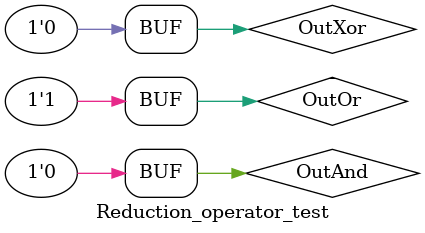
<source format=v>
`timescale 1ns / 1ps


module Reduction_operator_test();
//reg [7:0] In;
wire OutAnd, OutOr, OutXor;


 assign OutAnd = & 8'b1111_1110;
 assign OutOr = | 8'b1111_1010;
 assign OutXor = ^ 8'b1010_1010;
 
endmodule

</source>
